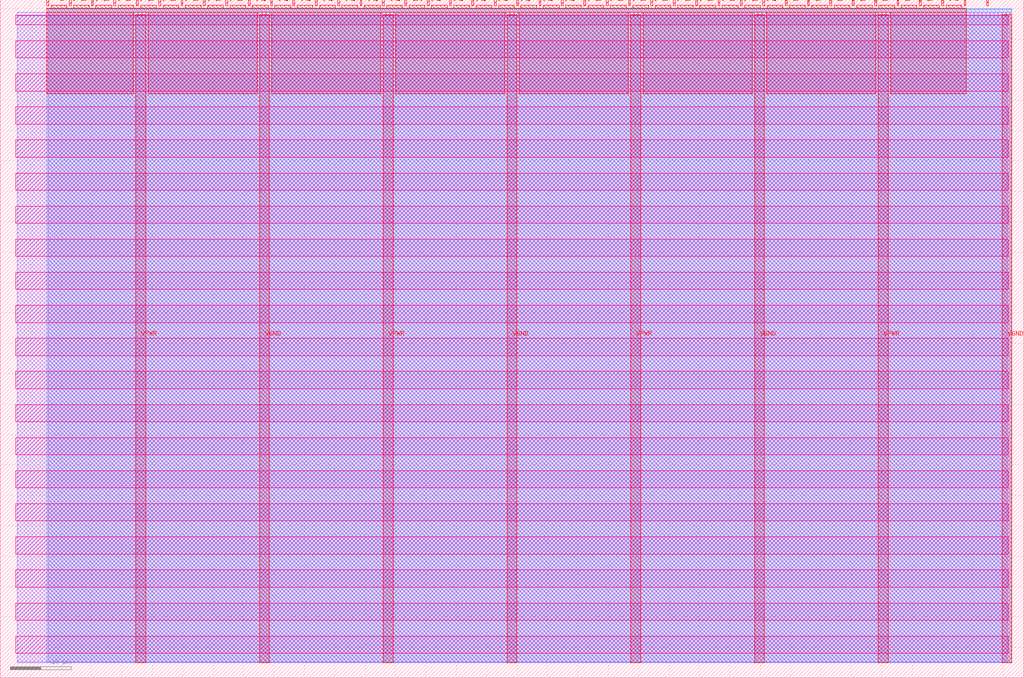
<source format=lef>
VERSION 5.7 ;
  NOWIREEXTENSIONATPIN ON ;
  DIVIDERCHAR "/" ;
  BUSBITCHARS "[]" ;
MACRO tt_um_sorter
  CLASS BLOCK ;
  FOREIGN tt_um_sorter ;
  ORIGIN 0.000 0.000 ;
  SIZE 168.360 BY 111.520 ;
  PIN VGND
    DIRECTION INOUT ;
    USE GROUND ;
    PORT
      LAYER met4 ;
        RECT 42.670 2.480 44.270 109.040 ;
    END
    PORT
      LAYER met4 ;
        RECT 83.380 2.480 84.980 109.040 ;
    END
    PORT
      LAYER met4 ;
        RECT 124.090 2.480 125.690 109.040 ;
    END
    PORT
      LAYER met4 ;
        RECT 164.800 2.480 166.400 109.040 ;
    END
  END VGND
  PIN VPWR
    DIRECTION INOUT ;
    USE POWER ;
    PORT
      LAYER met4 ;
        RECT 22.315 2.480 23.915 109.040 ;
    END
    PORT
      LAYER met4 ;
        RECT 63.025 2.480 64.625 109.040 ;
    END
    PORT
      LAYER met4 ;
        RECT 103.735 2.480 105.335 109.040 ;
    END
    PORT
      LAYER met4 ;
        RECT 144.445 2.480 146.045 109.040 ;
    END
  END VPWR
  PIN clk
    DIRECTION INPUT ;
    USE SIGNAL ;
    ANTENNAGATEAREA 0.852000 ;
    PORT
      LAYER met4 ;
        RECT 158.550 110.520 158.850 111.520 ;
    END
  END clk
  PIN ena
    DIRECTION INPUT ;
    USE SIGNAL ;
    PORT
      LAYER met4 ;
        RECT 162.230 110.520 162.530 111.520 ;
    END
  END ena
  PIN rst_n
    DIRECTION INPUT ;
    USE SIGNAL ;
    ANTENNAGATEAREA 0.126000 ;
    PORT
      LAYER met4 ;
        RECT 154.870 110.520 155.170 111.520 ;
    END
  END rst_n
  PIN ui_in[0]
    DIRECTION INPUT ;
    USE SIGNAL ;
    ANTENNAGATEAREA 0.196500 ;
    PORT
      LAYER met4 ;
        RECT 151.190 110.520 151.490 111.520 ;
    END
  END ui_in[0]
  PIN ui_in[1]
    DIRECTION INPUT ;
    USE SIGNAL ;
    ANTENNAGATEAREA 0.196500 ;
    PORT
      LAYER met4 ;
        RECT 147.510 110.520 147.810 111.520 ;
    END
  END ui_in[1]
  PIN ui_in[2]
    DIRECTION INPUT ;
    USE SIGNAL ;
    ANTENNAGATEAREA 0.196500 ;
    PORT
      LAYER met4 ;
        RECT 143.830 110.520 144.130 111.520 ;
    END
  END ui_in[2]
  PIN ui_in[3]
    DIRECTION INPUT ;
    USE SIGNAL ;
    ANTENNAGATEAREA 0.196500 ;
    PORT
      LAYER met4 ;
        RECT 140.150 110.520 140.450 111.520 ;
    END
  END ui_in[3]
  PIN ui_in[4]
    DIRECTION INPUT ;
    USE SIGNAL ;
    ANTENNAGATEAREA 0.196500 ;
    PORT
      LAYER met4 ;
        RECT 136.470 110.520 136.770 111.520 ;
    END
  END ui_in[4]
  PIN ui_in[5]
    DIRECTION INPUT ;
    USE SIGNAL ;
    ANTENNAGATEAREA 0.196500 ;
    PORT
      LAYER met4 ;
        RECT 132.790 110.520 133.090 111.520 ;
    END
  END ui_in[5]
  PIN ui_in[6]
    DIRECTION INPUT ;
    USE SIGNAL ;
    ANTENNAGATEAREA 0.196500 ;
    PORT
      LAYER met4 ;
        RECT 129.110 110.520 129.410 111.520 ;
    END
  END ui_in[6]
  PIN ui_in[7]
    DIRECTION INPUT ;
    USE SIGNAL ;
    ANTENNAGATEAREA 0.196500 ;
    PORT
      LAYER met4 ;
        RECT 125.430 110.520 125.730 111.520 ;
    END
  END ui_in[7]
  PIN uio_in[0]
    DIRECTION INPUT ;
    USE SIGNAL ;
    PORT
      LAYER met4 ;
        RECT 121.750 110.520 122.050 111.520 ;
    END
  END uio_in[0]
  PIN uio_in[1]
    DIRECTION INPUT ;
    USE SIGNAL ;
    PORT
      LAYER met4 ;
        RECT 118.070 110.520 118.370 111.520 ;
    END
  END uio_in[1]
  PIN uio_in[2]
    DIRECTION INPUT ;
    USE SIGNAL ;
    PORT
      LAYER met4 ;
        RECT 114.390 110.520 114.690 111.520 ;
    END
  END uio_in[2]
  PIN uio_in[3]
    DIRECTION INPUT ;
    USE SIGNAL ;
    PORT
      LAYER met4 ;
        RECT 110.710 110.520 111.010 111.520 ;
    END
  END uio_in[3]
  PIN uio_in[4]
    DIRECTION INPUT ;
    USE SIGNAL ;
    PORT
      LAYER met4 ;
        RECT 107.030 110.520 107.330 111.520 ;
    END
  END uio_in[4]
  PIN uio_in[5]
    DIRECTION INPUT ;
    USE SIGNAL ;
    PORT
      LAYER met4 ;
        RECT 103.350 110.520 103.650 111.520 ;
    END
  END uio_in[5]
  PIN uio_in[6]
    DIRECTION INPUT ;
    USE SIGNAL ;
    PORT
      LAYER met4 ;
        RECT 99.670 110.520 99.970 111.520 ;
    END
  END uio_in[6]
  PIN uio_in[7]
    DIRECTION INPUT ;
    USE SIGNAL ;
    PORT
      LAYER met4 ;
        RECT 95.990 110.520 96.290 111.520 ;
    END
  END uio_in[7]
  PIN uio_oe[0]
    DIRECTION OUTPUT TRISTATE ;
    USE SIGNAL ;
    PORT
      LAYER met4 ;
        RECT 33.430 110.520 33.730 111.520 ;
    END
  END uio_oe[0]
  PIN uio_oe[1]
    DIRECTION OUTPUT TRISTATE ;
    USE SIGNAL ;
    PORT
      LAYER met4 ;
        RECT 29.750 110.520 30.050 111.520 ;
    END
  END uio_oe[1]
  PIN uio_oe[2]
    DIRECTION OUTPUT TRISTATE ;
    USE SIGNAL ;
    PORT
      LAYER met4 ;
        RECT 26.070 110.520 26.370 111.520 ;
    END
  END uio_oe[2]
  PIN uio_oe[3]
    DIRECTION OUTPUT TRISTATE ;
    USE SIGNAL ;
    PORT
      LAYER met4 ;
        RECT 22.390 110.520 22.690 111.520 ;
    END
  END uio_oe[3]
  PIN uio_oe[4]
    DIRECTION OUTPUT TRISTATE ;
    USE SIGNAL ;
    PORT
      LAYER met4 ;
        RECT 18.710 110.520 19.010 111.520 ;
    END
  END uio_oe[4]
  PIN uio_oe[5]
    DIRECTION OUTPUT TRISTATE ;
    USE SIGNAL ;
    PORT
      LAYER met4 ;
        RECT 15.030 110.520 15.330 111.520 ;
    END
  END uio_oe[5]
  PIN uio_oe[6]
    DIRECTION OUTPUT TRISTATE ;
    USE SIGNAL ;
    PORT
      LAYER met4 ;
        RECT 11.350 110.520 11.650 111.520 ;
    END
  END uio_oe[6]
  PIN uio_oe[7]
    DIRECTION OUTPUT TRISTATE ;
    USE SIGNAL ;
    PORT
      LAYER met4 ;
        RECT 7.670 110.520 7.970 111.520 ;
    END
  END uio_oe[7]
  PIN uio_out[0]
    DIRECTION OUTPUT TRISTATE ;
    USE SIGNAL ;
    PORT
      LAYER met4 ;
        RECT 62.870 110.520 63.170 111.520 ;
    END
  END uio_out[0]
  PIN uio_out[1]
    DIRECTION OUTPUT TRISTATE ;
    USE SIGNAL ;
    PORT
      LAYER met4 ;
        RECT 59.190 110.520 59.490 111.520 ;
    END
  END uio_out[1]
  PIN uio_out[2]
    DIRECTION OUTPUT TRISTATE ;
    USE SIGNAL ;
    PORT
      LAYER met4 ;
        RECT 55.510 110.520 55.810 111.520 ;
    END
  END uio_out[2]
  PIN uio_out[3]
    DIRECTION OUTPUT TRISTATE ;
    USE SIGNAL ;
    PORT
      LAYER met4 ;
        RECT 51.830 110.520 52.130 111.520 ;
    END
  END uio_out[3]
  PIN uio_out[4]
    DIRECTION OUTPUT TRISTATE ;
    USE SIGNAL ;
    PORT
      LAYER met4 ;
        RECT 48.150 110.520 48.450 111.520 ;
    END
  END uio_out[4]
  PIN uio_out[5]
    DIRECTION OUTPUT TRISTATE ;
    USE SIGNAL ;
    PORT
      LAYER met4 ;
        RECT 44.470 110.520 44.770 111.520 ;
    END
  END uio_out[5]
  PIN uio_out[6]
    DIRECTION OUTPUT TRISTATE ;
    USE SIGNAL ;
    PORT
      LAYER met4 ;
        RECT 40.790 110.520 41.090 111.520 ;
    END
  END uio_out[6]
  PIN uio_out[7]
    DIRECTION OUTPUT TRISTATE ;
    USE SIGNAL ;
    PORT
      LAYER met4 ;
        RECT 37.110 110.520 37.410 111.520 ;
    END
  END uio_out[7]
  PIN uo_out[0]
    DIRECTION OUTPUT TRISTATE ;
    USE SIGNAL ;
    ANTENNADIFFAREA 0.445500 ;
    PORT
      LAYER met4 ;
        RECT 92.310 110.520 92.610 111.520 ;
    END
  END uo_out[0]
  PIN uo_out[1]
    DIRECTION OUTPUT TRISTATE ;
    USE SIGNAL ;
    ANTENNADIFFAREA 0.445500 ;
    PORT
      LAYER met4 ;
        RECT 88.630 110.520 88.930 111.520 ;
    END
  END uo_out[1]
  PIN uo_out[2]
    DIRECTION OUTPUT TRISTATE ;
    USE SIGNAL ;
    ANTENNADIFFAREA 0.445500 ;
    PORT
      LAYER met4 ;
        RECT 84.950 110.520 85.250 111.520 ;
    END
  END uo_out[2]
  PIN uo_out[3]
    DIRECTION OUTPUT TRISTATE ;
    USE SIGNAL ;
    ANTENNADIFFAREA 0.445500 ;
    PORT
      LAYER met4 ;
        RECT 81.270 110.520 81.570 111.520 ;
    END
  END uo_out[3]
  PIN uo_out[4]
    DIRECTION OUTPUT TRISTATE ;
    USE SIGNAL ;
    ANTENNADIFFAREA 0.445500 ;
    PORT
      LAYER met4 ;
        RECT 77.590 110.520 77.890 111.520 ;
    END
  END uo_out[4]
  PIN uo_out[5]
    DIRECTION OUTPUT TRISTATE ;
    USE SIGNAL ;
    ANTENNADIFFAREA 0.445500 ;
    PORT
      LAYER met4 ;
        RECT 73.910 110.520 74.210 111.520 ;
    END
  END uo_out[5]
  PIN uo_out[6]
    DIRECTION OUTPUT TRISTATE ;
    USE SIGNAL ;
    ANTENNADIFFAREA 0.445500 ;
    PORT
      LAYER met4 ;
        RECT 70.230 110.520 70.530 111.520 ;
    END
  END uo_out[6]
  PIN uo_out[7]
    DIRECTION OUTPUT TRISTATE ;
    USE SIGNAL ;
    ANTENNADIFFAREA 0.445500 ;
    PORT
      LAYER met4 ;
        RECT 66.550 110.520 66.850 111.520 ;
    END
  END uo_out[7]
  OBS
      LAYER nwell ;
        RECT 2.570 107.385 165.790 108.990 ;
        RECT 2.570 101.945 165.790 104.775 ;
        RECT 2.570 96.505 165.790 99.335 ;
        RECT 2.570 91.065 165.790 93.895 ;
        RECT 2.570 85.625 165.790 88.455 ;
        RECT 2.570 80.185 165.790 83.015 ;
        RECT 2.570 74.745 165.790 77.575 ;
        RECT 2.570 69.305 165.790 72.135 ;
        RECT 2.570 63.865 165.790 66.695 ;
        RECT 2.570 58.425 165.790 61.255 ;
        RECT 2.570 52.985 165.790 55.815 ;
        RECT 2.570 47.545 165.790 50.375 ;
        RECT 2.570 42.105 165.790 44.935 ;
        RECT 2.570 36.665 165.790 39.495 ;
        RECT 2.570 31.225 165.790 34.055 ;
        RECT 2.570 25.785 165.790 28.615 ;
        RECT 2.570 20.345 165.790 23.175 ;
        RECT 2.570 14.905 165.790 17.735 ;
        RECT 2.570 9.465 165.790 12.295 ;
        RECT 2.570 4.025 165.790 6.855 ;
      LAYER li1 ;
        RECT 2.760 2.635 165.600 108.885 ;
      LAYER met1 ;
        RECT 2.760 2.480 166.400 109.440 ;
      LAYER met2 ;
        RECT 7.910 2.535 166.370 110.005 ;
      LAYER met3 ;
        RECT 7.630 2.555 166.390 109.985 ;
      LAYER met4 ;
        RECT 8.370 110.120 10.950 110.650 ;
        RECT 12.050 110.120 14.630 110.650 ;
        RECT 15.730 110.120 18.310 110.650 ;
        RECT 19.410 110.120 21.990 110.650 ;
        RECT 23.090 110.120 25.670 110.650 ;
        RECT 26.770 110.120 29.350 110.650 ;
        RECT 30.450 110.120 33.030 110.650 ;
        RECT 34.130 110.120 36.710 110.650 ;
        RECT 37.810 110.120 40.390 110.650 ;
        RECT 41.490 110.120 44.070 110.650 ;
        RECT 45.170 110.120 47.750 110.650 ;
        RECT 48.850 110.120 51.430 110.650 ;
        RECT 52.530 110.120 55.110 110.650 ;
        RECT 56.210 110.120 58.790 110.650 ;
        RECT 59.890 110.120 62.470 110.650 ;
        RECT 63.570 110.120 66.150 110.650 ;
        RECT 67.250 110.120 69.830 110.650 ;
        RECT 70.930 110.120 73.510 110.650 ;
        RECT 74.610 110.120 77.190 110.650 ;
        RECT 78.290 110.120 80.870 110.650 ;
        RECT 81.970 110.120 84.550 110.650 ;
        RECT 85.650 110.120 88.230 110.650 ;
        RECT 89.330 110.120 91.910 110.650 ;
        RECT 93.010 110.120 95.590 110.650 ;
        RECT 96.690 110.120 99.270 110.650 ;
        RECT 100.370 110.120 102.950 110.650 ;
        RECT 104.050 110.120 106.630 110.650 ;
        RECT 107.730 110.120 110.310 110.650 ;
        RECT 111.410 110.120 113.990 110.650 ;
        RECT 115.090 110.120 117.670 110.650 ;
        RECT 118.770 110.120 121.350 110.650 ;
        RECT 122.450 110.120 125.030 110.650 ;
        RECT 126.130 110.120 128.710 110.650 ;
        RECT 129.810 110.120 132.390 110.650 ;
        RECT 133.490 110.120 136.070 110.650 ;
        RECT 137.170 110.120 139.750 110.650 ;
        RECT 140.850 110.120 143.430 110.650 ;
        RECT 144.530 110.120 147.110 110.650 ;
        RECT 148.210 110.120 150.790 110.650 ;
        RECT 151.890 110.120 154.470 110.650 ;
        RECT 155.570 110.120 158.150 110.650 ;
        RECT 7.655 109.440 158.865 110.120 ;
        RECT 7.655 96.055 21.915 109.440 ;
        RECT 24.315 96.055 42.270 109.440 ;
        RECT 44.670 96.055 62.625 109.440 ;
        RECT 65.025 96.055 82.980 109.440 ;
        RECT 85.380 96.055 103.335 109.440 ;
        RECT 105.735 96.055 123.690 109.440 ;
        RECT 126.090 96.055 144.045 109.440 ;
        RECT 146.445 96.055 158.865 109.440 ;
  END
END tt_um_sorter
END LIBRARY


</source>
